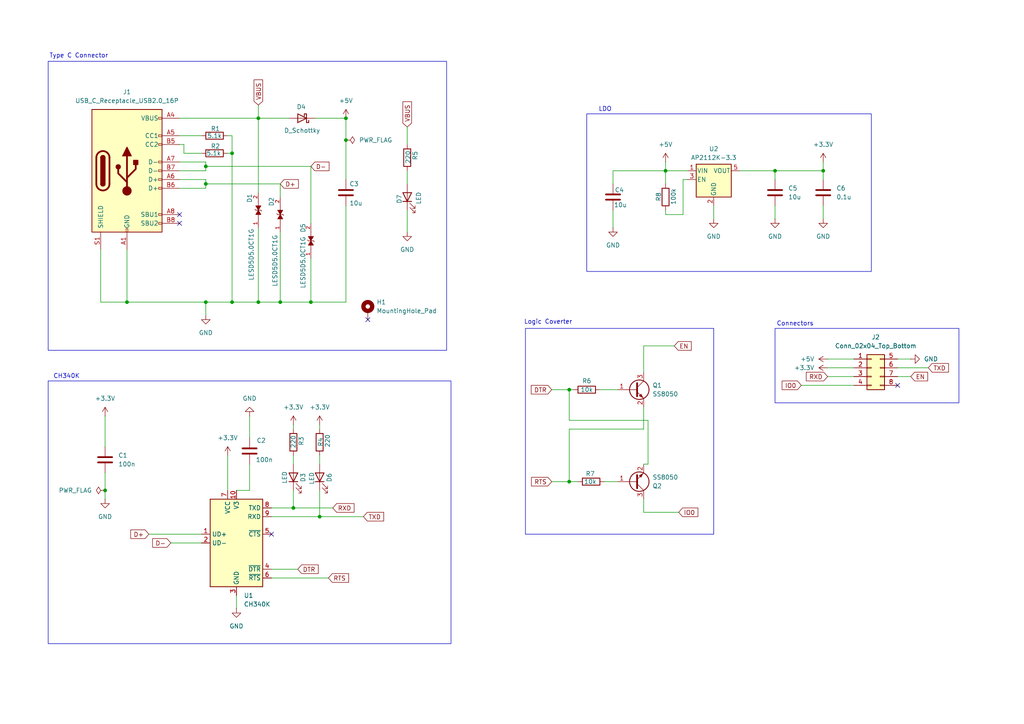
<source format=kicad_sch>
(kicad_sch (version 20250114) (generator "eeschema") (generator_version "9.0")
  (paper "A4")
  (title_block (title "USB to UART Convertor") (date "2025-06-30"))
  (lib_symbols
    (symbol "Connector:USB_C_Receptacle_USB2.0_16P" (pin_names (offset 1.016))
      (property "Reference" "J" (at 0 22.225 0))
      (property "Value" "USB_C_Receptacle_USB2.0_16P" (at 0 19.685 0))
      (symbol "USB_C_Receptacle_USB2.0_16P_0_0"
        (rectangle (start -0.254 -17.78) (end 0.254 -16.764))
        (rectangle (start 10.16 15.494) (end 9.144 14.986))
        (rectangle (start 10.16 10.414) (end 9.144 9.906))
        (rectangle (start 10.16 7.874) (end 9.144 7.366))
        (rectangle (start 10.16 2.794) (end 9.144 2.286))
        (rectangle (start 10.16 0.254) (end 9.144 -0.254))
        (rectangle (start 10.16 -2.286) (end 9.144 -2.794))
        (rectangle (start 10.16 -4.826) (end 9.144 -5.334))
        (rectangle (start 10.16 -12.446) (end 9.144 -12.954))
        (rectangle (start 10.16 -14.986) (end 9.144 -15.494))
      )
      (symbol "USB_C_Receptacle_USB2.0_16P_0_1"
        (rectangle (start -10.16 17.78) (end 10.16 -17.78) (stroke (width 0.254)) (fill (type background)))
        (polyline (pts (xy -8.89 -3.81) (xy -8.89 3.81)) (stroke (width 0.508)))
        (rectangle (start -7.62 -3.81) (end -6.35 3.81) (stroke (width 0.254)) (fill (type outline)))
        (arc (start -7.62 3.81) (mid -6.985 4.4423) (end -6.35 3.81) (stroke (width 0.254)))
        (arc (start -7.62 3.81) (mid -6.985 4.4423) (end -6.35 3.81) (stroke (width 0.254)) (fill (type outline)))
        (arc (start -8.89 3.81) (mid -6.985 5.7067) (end -5.08 3.81) (stroke (width 0.508)))
        (arc (start -5.08 -3.81) (mid -6.985 -5.7067) (end -8.89 -3.81) (stroke (width 0.508)))
        (arc (start -6.35 -3.81) (mid -6.985 -4.4423) (end -7.62 -3.81) (stroke (width 0.254)))
        (arc (start -6.35 -3.81) (mid -6.985 -4.4423) (end -7.62 -3.81) (stroke (width 0.254)) (fill (type outline)))
        (polyline (pts (xy -5.08 3.81) (xy -5.08 -3.81)) (stroke (width 0.508)))
        (circle (center -2.54 1.143) (radius 0.635) (stroke (width 0.254)) (fill (type outline)))
        (polyline (pts (xy -1.27 4.318) (xy 0 6.858) (xy 1.27 4.318) (xy -1.27 4.318)) (stroke (width 0.254)) (fill (type outline)))
        (polyline (pts (xy 0 -2.032) (xy 2.54 0.508) (xy 2.54 1.778)) (stroke (width 0.508)))
        (polyline (pts (xy 0 -3.302) (xy -2.54 -0.762) (xy -2.54 0.508)) (stroke (width 0.508)))
        (polyline (pts (xy 0 -5.842) (xy 0 4.318)) (stroke (width 0.508)))
        (circle (center 0 -5.842) (radius 1.27) (fill (type outline)))
        (rectangle (start 1.905 1.778) (end 3.175 3.048) (stroke (width 0.254)) (fill (type outline)))
      )
      (symbol "USB_C_Receptacle_USB2.0_16P_1_1"
        (pin passive line (at -7.62 -22.86 90) (length 5.08) (name "SHIELD") (number "S1"))
        (pin passive line (at 0 -22.86 90) (length 5.08) (name "GND") (number "A1"))
        (pin passive line (at 0 -22.86 90) (length 5.08) (hide yes) (name "GND") (number "A12"))
        (pin passive line (at 0 -22.86 90) (length 5.08) (hide yes) (name "GND") (number "B1"))
        (pin passive line (at 0 -22.86 90) (length 5.08) (hide yes) (name "GND") (number "B12"))
        (pin passive line (at 15.24 15.24 180) (length 5.08) (name "VBUS") (number "A4"))
        (pin passive line (at 15.24 15.24 180) (length 5.08) (hide yes) (name "VBUS") (number "A9"))
        (pin passive line (at 15.24 15.24 180) (length 5.08) (hide yes) (name "VBUS") (number "B4"))
        (pin passive line (at 15.24 15.24 180) (length 5.08) (hide yes) (name "VBUS") (number "B9"))
        (pin bidirectional line (at 15.24 10.16 180) (length 5.08) (name "CC1") (number "A5"))
        (pin bidirectional line (at 15.24 7.62 180) (length 5.08) (name "CC2") (number "B5"))
        (pin bidirectional line (at 15.24 2.54 180) (length 5.08) (name "D-") (number "A7"))
        (pin bidirectional line (at 15.24 0 180) (length 5.08) (name "D-") (number "B7"))
        (pin bidirectional line (at 15.24 -2.54 180) (length 5.08) (name "D+") (number "A6"))
        (pin bidirectional line (at 15.24 -5.08 180) (length 5.08) (name "D+") (number "B6"))
        (pin bidirectional line (at 15.24 -12.7 180) (length 5.08) (name "SBU1") (number "A8"))
        (pin bidirectional line (at 15.24 -15.24 180) (length 5.08) (name "SBU2") (number "B8"))
      )
    )
    (symbol "Connector_Generic:Conn_02x04_Top_Bottom" (pin_names (offset 1.016) (hide yes))
      (property "Reference" "J" (at 1.27 5.08 0))
      (property "Value" "Conn_02x04_Top_Bottom" (at 1.27 -7.62 0))
      (symbol "Conn_02x04_Top_Bottom_1_1"
        (rectangle (start -1.27 3.81) (end 3.81 -6.35) (stroke (width 0.254)) (fill (type background)))
        (rectangle (start -1.27 2.667) (end 0 2.413) (stroke (width 0.1524)))
        (rectangle (start -1.27 0.127) (end 0 -0.127) (stroke (width 0.1524)))
        (rectangle (start -1.27 -2.413) (end 0 -2.667) (stroke (width 0.1524)))
        (rectangle (start -1.27 -4.953) (end 0 -5.207) (stroke (width 0.1524)))
        (rectangle (start 3.81 2.667) (end 2.54 2.413) (stroke (width 0.1524)))
        (rectangle (start 3.81 0.127) (end 2.54 -0.127) (stroke (width 0.1524)))
        (rectangle (start 3.81 -2.413) (end 2.54 -2.667) (stroke (width 0.1524)))
        (rectangle (start 3.81 -4.953) (end 2.54 -5.207) (stroke (width 0.1524)))
        (pin passive line (at -5.08 2.54 0) (length 3.81) (name "Pin_1") (number "1"))
        (pin passive line (at -5.08 0 0) (length 3.81) (name "Pin_2") (number "2"))
        (pin passive line (at -5.08 -2.54 0) (length 3.81) (name "Pin_3") (number "3"))
        (pin passive line (at -5.08 -5.08 0) (length 3.81) (name "Pin_4") (number "4"))
        (pin passive line (at 7.62 2.54 180) (length 3.81) (name "Pin_5") (number "5"))
        (pin passive line (at 7.62 0 180) (length 3.81) (name "Pin_6") (number "6"))
        (pin passive line (at 7.62 -2.54 180) (length 3.81) (name "Pin_7") (number "7"))
        (pin passive line (at 7.62 -5.08 180) (length 3.81) (name "Pin_8") (number "8"))
      )
    )
    (symbol "Device:C" (pin_numbers (hide yes)) (pin_names (offset 0.254))
      (property "Reference" "C" (at 0.635 2.54 0))
      (property "Value" "C" (at 0.635 -2.54 0))
      (symbol "C_0_1"
        (polyline (pts (xy -2.032 0.762) (xy 2.032 0.762)) (stroke (width 0.508)))
        (polyline (pts (xy -2.032 -0.762) (xy 2.032 -0.762)) (stroke (width 0.508)))
      )
      (symbol "C_1_1"
        (pin passive line (at 0 3.81 270) (length 2.794) (name "~") (number "1"))
        (pin passive line (at 0 -3.81 90) (length 2.794) (name "~") (number "2"))
      )
    )
    (symbol "Device:D_Schottky" (pin_numbers (hide yes)) (pin_names (offset 1.016) (hide yes))
      (property "Reference" "D" (at 0 2.54 0))
      (property "Value" "D_Schottky" (at 0 -2.54 0))
      (symbol "D_Schottky_0_1"
        (polyline (pts (xy -1.905 0.635) (xy -1.905 1.27) (xy -1.27 1.27) (xy -1.27 -1.27) (xy -0.635 -1.27) (xy -0.635 -0.635)) (stroke (width 0.254)))
        (polyline (pts (xy 1.27 1.27) (xy 1.27 -1.27) (xy -1.27 0) (xy 1.27 1.27)) (stroke (width 0.254)))
        (polyline (pts (xy 1.27 0) (xy -1.27 0)))
      )
      (symbol "D_Schottky_1_1"
        (pin passive line (at -3.81 0 0) (length 2.54) (name "K") (number "1"))
        (pin passive line (at 3.81 0 180) (length 2.54) (name "A") (number "2"))
      )
    )
    (symbol "Device:LED" (pin_numbers (hide yes)) (pin_names (offset 1.016) (hide yes))
      (property "Reference" "D" (at 0 2.54 0))
      (property "Value" "LED" (at 0 -2.54 0))
      (symbol "LED_0_1"
        (polyline (pts (xy -3.048 -0.762) (xy -4.572 -2.286) (xy -3.81 -2.286) (xy -4.572 -2.286) (xy -4.572 -1.524)))
        (polyline (pts (xy -1.778 -0.762) (xy -3.302 -2.286) (xy -2.54 -2.286) (xy -3.302 -2.286) (xy -3.302 -1.524)))
        (polyline (pts (xy -1.27 0) (xy 1.27 0)))
        (polyline (pts (xy -1.27 -1.27) (xy -1.27 1.27)) (stroke (width 0.254)))
        (polyline (pts (xy 1.27 -1.27) (xy 1.27 1.27) (xy -1.27 0) (xy 1.27 -1.27)) (stroke (width 0.254)))
      )
      (symbol "LED_1_1"
        (pin passive line (at -3.81 0 0) (length 2.54) (name "K") (number "1"))
        (pin passive line (at 3.81 0 180) (length 2.54) (name "A") (number "2"))
      )
    )
    (symbol "Device:R" (pin_numbers (hide yes)) (pin_names (offset 0))
      (property "Reference" "R" (at 2.032 0 90))
      (property "Value" "R" (at 0 0 90))
      (symbol "R_0_1"
        (rectangle (start -1.016 -2.54) (end 1.016 2.54) (stroke (width 0.254)))
      )
      (symbol "R_1_1"
        (pin passive line (at 0 3.81 270) (length 1.27) (name "~") (number "1"))
        (pin passive line (at 0 -3.81 90) (length 1.27) (name "~") (number "2"))
      )
    )
    (symbol "Interface_USB:CH340K"
      (property "Reference" "U" (at -6.858 13.97 0))
      (property "Value" "CH340K" (at 1.27 13.97 0))
      (symbol "CH340K_0_1"
        (rectangle (start -7.62 12.7) (end 7.62 -12.7) (stroke (width 0.254)) (fill (type background)))
      )
      (symbol "CH340K_1_0"
        (pin passive line (at 0 -15.24 90) (length 2.54) (hide yes) (name "GND") (number "11"))
      )
      (symbol "CH340K_1_1"
        (pin bidirectional line (at -10.16 2.54 0) (length 2.54) (name "UD+") (number "1"))
        (pin bidirectional line (at -10.16 0 0) (length 2.54) (name "UD-") (number "2"))
        (pin power_in line (at -2.54 15.24 270) (length 2.54) (name "VCC") (number "7"))
        (pin passive line (at 0 15.24 270) (length 2.54) (name "V3") (number "10"))
        (pin power_in line (at 0 -15.24 90) (length 2.54) (name "GND") (number "3"))
        (pin output line (at 10.16 10.16 180) (length 2.54) (name "TXD") (number "8"))
        (pin input line (at 10.16 7.62 180) (length 2.54) (name "RXD") (number "9"))
        (pin input line (at 10.16 2.54 180) (length 2.54) (name "~{CTS}") (number "5"))
        (pin output line (at 10.16 -7.62 180) (length 2.54) (name "~{DTR}") (number "4"))
        (pin output line (at 10.16 -10.16 180) (length 2.54) (name "~{RTS}") (number "6"))
      )
    )
    (symbol "LESD5D5.0CT1G:LESD5D5.0CT1G" (pin_names (offset 1.016))
      (property "Reference" "D" (at -5.08 2.54 0))
      (property "Value" "LESD5D5.0CT1G" (at -5.08 -5.08 0))
      (symbol "LESD5D5.0CT1G_0_0"
        (polyline (pts (xy -1.27 0) (xy -2.54 0)) (stroke (width 0.1524)))
        (polyline (pts (xy 0 0.762) (xy 0.254 1.016)) (stroke (width 0.1524)))
        (polyline (pts (xy 0 0) (xy -1.27 -0.762) (xy -1.27 0.762) (xy 0 0)) (stroke (width 0.1524)) (fill (type outline)))
        (polyline (pts (xy 0 0) (xy 1.27 0.762) (xy 1.27 -0.762) (xy 0 0)) (stroke (width 0.1524)) (fill (type outline)))
        (polyline (pts (xy 0 -0.762) (xy -0.254 -1.016)) (stroke (width 0.1524)))
        (polyline (pts (xy 0 -0.762) (xy 0 0.762)) (stroke (width 0.1524)))
        (polyline (pts (xy 1.27 0) (xy 2.54 0)) (stroke (width 0.1524)))
        (pin passive line (at -5.08 0 0) (length 2.54) (name "~") (number "1"))
        (pin passive line (at 5.08 0 180) (length 2.54) (name "~") (number "2"))
      )
    )
    (symbol "Mechanical:MountingHole_Pad" (pin_numbers (hide yes)) (pin_names (offset 1.016) (hide yes)) (in_bom no)
      (property "Reference" "H" (at 0 6.35 0))
      (property "Value" "MountingHole_Pad" (at 0 4.445 0))
      (symbol "MountingHole_Pad_0_1"
        (circle (center 0 1.27) (radius 1.27) (stroke (width 1.27)))
      )
      (symbol "MountingHole_Pad_1_1"
        (pin input line (at 0 -2.54 90) (length 2.54) (name "1") (number "1"))
      )
    )
    (symbol "Regulator_Linear:AP2112K-3.3" (pin_names (offset 0.254))
      (property "Reference" "U" (at -5.08 5.715 0))
      (property "Value" "AP2112K-3.3" (at 0 5.715 0))
      (symbol "AP2112K-3.3_0_1"
        (rectangle (start -5.08 4.445) (end 5.08 -5.08) (stroke (width 0.254)) (fill (type background)))
      )
      (symbol "AP2112K-3.3_1_1"
        (pin power_in line (at -7.62 2.54 0) (length 2.54) (name "VIN") (number "1"))
        (pin input line (at -7.62 0 0) (length 2.54) (name "EN") (number "3"))
        (pin power_in line (at 0 -7.62 90) (length 2.54) (name "GND") (number "2"))
        (pin no_connect line (at 5.08 0 180) (length 2.54) (hide yes) (name "NC") (number "4"))
        (pin power_out line (at 7.62 2.54 180) (length 2.54) (name "VOUT") (number "5"))
      )
    )
    (symbol "Transistor_BJT:SS8050" (pin_names (offset 0) (hide yes))
      (property "Reference" "Q" (at 5.08 1.905 0))
      (property "Value" "SS8050" (at 5.08 0 0))
      (symbol "SS8050_0_1"
        (polyline (pts (xy -2.54 0) (xy 0.635 0)))
        (polyline (pts (xy 0.635 1.905) (xy 0.635 -1.905)) (stroke (width 0.508)))
        (circle (center 1.27 0) (radius 2.8194) (stroke (width 0.254)))
      )
      (symbol "SS8050_1_1"
        (polyline (pts (xy 0.635 0.635) (xy 2.54 2.54)))
        (polyline (pts (xy 0.635 -0.635) (xy 2.54 -2.54)))
        (polyline (pts (xy 1.27 -1.778) (xy 1.778 -1.27) (xy 2.286 -2.286) (xy 1.27 -1.778)) (fill (type outline)))
        (pin input line (at -5.08 0 0) (length 2.54) (name "B") (number "1"))
        (pin passive line (at 2.54 5.08 270) (length 2.54) (name "C") (number "3"))
        (pin passive line (at 2.54 -5.08 90) (length 2.54) (name "E") (number "2"))
      )
    )
    (symbol "power:+3.3V" (power) (pin_numbers (hide yes)) (pin_names (offset 0) (hide yes))
      (property "Value" "+3.3V" (at 0 3.556 0))
      (symbol "+3.3V_0_1"
        (polyline (pts (xy -0.762 1.27) (xy 0 2.54)))
        (polyline (pts (xy 0 2.54) (xy 0.762 1.27)))
        (polyline (pts (xy 0 0) (xy 0 2.54)))
      )
      (symbol "+3.3V_1_1"
        (pin power_in line (at 0 0 90) (length 0) (name "~") (number "1"))
      )
    )
    (symbol "power:+5V" (power) (pin_numbers (hide yes)) (pin_names (offset 0) (hide yes))
      (property "Value" "+5V" (at 0 3.556 0))
      (symbol "+5V_0_1"
        (polyline (pts (xy -0.762 1.27) (xy 0 2.54)))
        (polyline (pts (xy 0 2.54) (xy 0.762 1.27)))
        (polyline (pts (xy 0 0) (xy 0 2.54)))
      )
      (symbol "+5V_1_1"
        (pin power_in line (at 0 0 90) (length 0) (name "~") (number "1"))
      )
    )
    (symbol "power:GND" (power) (pin_numbers (hide yes)) (pin_names (offset 0) (hide yes))
      (property "Value" "GND" (at 0 -3.81 0))
      (symbol "GND_0_1"
        (polyline (pts (xy 0 0) (xy 0 -1.27) (xy 1.27 -1.27) (xy 0 -2.54) (xy -1.27 -1.27) (xy 0 -1.27)))
      )
      (symbol "GND_1_1"
        (pin power_in line (at 0 0 270) (length 0) (name "~") (number "1"))
      )
    )
    (symbol "power:PWR_FLAG" (power) (pin_numbers (hide yes)) (pin_names (offset 0) (hide yes))
      (property "Value" "PWR_FLAG" (at 0 3.81 0))
      (symbol "PWR_FLAG_0_0"
        (pin power_out line (at 0 0 90) (length 0) (name "~") (number "1"))
      )
      (symbol "PWR_FLAG_0_1"
        (polyline (pts (xy 0 0) (xy 0 1.27) (xy -1.016 1.905) (xy 0 2.54) (xy 1.016 1.905) (xy 0 1.27)))
      )
    )
  )
  (rectangle (start 170.18 33.02) (end 252.73 78.74))
  (rectangle (start 224.79 95.25) (end 278.13 116.84))
  (rectangle (start 152.4 95.25) (end 207.01 154.94))
  (rectangle (start 13.97 17.78) (end 129.54 101.6))
  (rectangle (start 13.97 110.49) (end 130.81 186.69))
  (text "LDO\n" (at 175.514 31.75 0) (effects (font (size 1.27 1.27))))
  (text "Connectors\n" (at 230.632 93.98 0) (effects (font (size 1.27 1.27))))
  (text "Type C Connector\n" (at 22.86 16.256 0) (effects (font (size 1.27 1.27))))
  (text "CH340K\n" (at 19.304 109.22 0) (effects (font (size 1.27 1.27))))
  (text "Logic Coverter\n" (at 159.004 93.472 0) (effects (font (size 1.27 1.27))))
  (junction (at 238.76 49.53))
  (junction (at 74.93 34.29))
  (junction (at 59.69 87.63))
  (junction (at 36.83 87.63))
  (junction (at 165.1 113.03))
  (junction (at 224.79 49.53))
  (junction (at 81.28 87.63))
  (junction (at 100.33 34.29))
  (junction (at 92.71 149.86))
  (junction (at 59.69 53.34))
  (junction (at 59.69 48.26))
  (junction (at 67.31 87.63))
  (junction (at 30.48 142.24))
  (junction (at 193.04 49.53))
  (junction (at 74.93 87.63))
  (junction (at 100.33 40.64))
  (junction (at 165.1 139.7))
  (junction (at 67.31 44.45))
  (junction (at 90.17 87.63))
  (junction (at 85.09 147.32))
  (no_connect (at 260.35 111.76))
  (no_connect (at 106.68 92.71))
  (no_connect (at 52.07 62.23))
  (no_connect (at 78.74 154.94))
  (no_connect (at 52.07 64.77))
  (wire (pts (xy 214.63 49.53) (xy 224.79 49.53)))
  (wire (pts (xy 100.33 34.29) (xy 100.33 40.64)))
  (wire (pts (xy 224.79 59.69) (xy 224.79 63.5)))
  (wire (pts (xy 207.01 59.69) (xy 207.01 63.5)))
  (wire (pts (xy 67.31 44.45) (xy 66.04 44.45)))
  (wire (pts (xy 186.69 144.78) (xy 186.69 148.59)))
  (wire (pts (xy 66.04 39.37) (xy 67.31 39.37)))
  (wire (pts (xy 29.21 87.63) (xy 36.83 87.63)))
  (wire (pts (xy 52.07 39.37) (xy 58.42 39.37)))
  (wire (pts (xy 240.03 109.22) (xy 247.65 109.22)))
  (wire (pts (xy 177.8 49.53) (xy 193.04 49.53)))
  (wire (pts (xy 30.48 120.65) (xy 30.48 129.54)))
  (wire (pts (xy 36.83 87.63) (xy 59.69 87.63)))
  (wire (pts (xy 85.09 147.32) (xy 96.52 147.32)))
  (wire (pts (xy 30.48 142.24) (xy 30.48 144.78)))
  (wire (pts (xy 193.04 62.23) (xy 198.12 62.23)))
  (wire (pts (xy 240.03 106.68) (xy 247.65 106.68)))
  (wire (pts (xy 52.07 46.99) (xy 59.69 46.99)))
  (wire (pts (xy 59.69 48.26) (xy 59.69 46.99)))
  (wire (pts (xy 165.1 124.46) (xy 186.69 124.46)))
  (wire (pts (xy 224.79 49.53) (xy 238.76 49.53)))
  (wire (pts (xy 165.1 139.7) (xy 167.64 139.7)))
  (wire (pts (xy 193.04 49.53) (xy 193.04 53.34)))
  (wire (pts (xy 53.34 44.45) (xy 53.34 41.91)))
  (wire (pts (xy 165.1 113.03) (xy 166.37 113.03)))
  (wire (pts (xy 118.11 36.83) (xy 118.11 41.91)))
  (wire (pts (xy 78.74 165.1) (xy 86.36 165.1)))
  (wire (pts (xy 187.96 134.62) (xy 186.69 134.62)))
  (wire (pts (xy 59.69 87.63) (xy 67.31 87.63)))
  (wire (pts (xy 186.69 148.59) (xy 196.85 148.59)))
  (wire (pts (xy 232.41 111.76) (xy 247.65 111.76)))
  (wire (pts (xy 78.74 167.64) (xy 95.25 167.64)))
  (wire (pts (xy 260.35 106.68) (xy 269.24 106.68)))
  (wire (pts (xy 85.09 132.08) (xy 85.09 134.62)))
  (wire (pts (xy 74.93 30.48) (xy 74.93 34.29)))
  (wire (pts (xy 186.69 124.46) (xy 186.69 118.11)))
  (wire (pts (xy 224.79 52.07) (xy 224.79 49.53)))
  (wire (pts (xy 198.12 52.07) (xy 199.39 52.07)))
  (wire (pts (xy 74.93 55.88) (xy 74.93 34.29)))
  (wire (pts (xy 30.48 137.16) (xy 30.48 142.24)))
  (wire (pts (xy 66.04 132.08) (xy 66.04 142.24)))
  (wire (pts (xy 85.09 123.19) (xy 85.09 124.46)))
  (wire (pts (xy 59.69 48.26) (xy 90.17 48.26)))
  (wire (pts (xy 81.28 87.63) (xy 90.17 87.63)))
  (wire (pts (xy 74.93 66.04) (xy 74.93 87.63)))
  (wire (pts (xy 52.07 52.07) (xy 59.69 52.07)))
  (wire (pts (xy 260.35 109.22) (xy 264.16 109.22)))
  (wire (pts (xy 165.1 121.92) (xy 187.96 121.92)))
  (wire (pts (xy 74.93 34.29) (xy 83.82 34.29)))
  (wire (pts (xy 186.69 100.33) (xy 186.69 107.95)))
  (wire (pts (xy 72.39 142.24) (xy 68.58 142.24)))
  (wire (pts (xy 90.17 87.63) (xy 100.33 87.63)))
  (wire (pts (xy 52.07 49.53) (xy 59.69 49.53)))
  (wire (pts (xy 92.71 132.08) (xy 92.71 134.62)))
  (wire (pts (xy 92.71 149.86) (xy 105.41 149.86)))
  (wire (pts (xy 59.69 54.61) (xy 52.07 54.61)))
  (wire (pts (xy 85.09 142.24) (xy 85.09 147.32)))
  (wire (pts (xy 100.33 40.64) (xy 100.33 52.07)))
  (wire (pts (xy 193.04 60.96) (xy 193.04 62.23)))
  (wire (pts (xy 59.69 87.63) (xy 59.69 91.44)))
  (wire (pts (xy 59.69 52.07) (xy 59.69 53.34)))
  (wire (pts (xy 67.31 44.45) (xy 67.31 87.63)))
  (wire (pts (xy 43.18 154.94) (xy 58.42 154.94)))
  (wire (pts (xy 160.02 139.7) (xy 165.1 139.7)))
  (wire (pts (xy 67.31 39.37) (xy 67.31 44.45)))
  (wire (pts (xy 198.12 62.23) (xy 198.12 52.07)))
  (wire (pts (xy 100.33 59.69) (xy 100.33 87.63)))
  (wire (pts (xy 74.93 87.63) (xy 81.28 87.63)))
  (wire (pts (xy 91.44 34.29) (xy 100.33 34.29)))
  (wire (pts (xy 193.04 46.99) (xy 193.04 49.53)))
  (wire (pts (xy 81.28 53.34) (xy 81.28 57.15)))
  (wire (pts (xy 177.8 53.34) (xy 177.8 49.53)))
  (wire (pts (xy 67.31 87.63) (xy 74.93 87.63)))
  (wire (pts (xy 173.99 113.03) (xy 179.07 113.03)))
  (wire (pts (xy 187.96 121.92) (xy 187.96 134.62)))
  (wire (pts (xy 177.8 60.96) (xy 177.8 66.04)))
  (wire (pts (xy 118.11 60.96) (xy 118.11 67.31)))
  (wire (pts (xy 193.04 49.53) (xy 199.39 49.53)))
  (wire (pts (xy 78.74 149.86) (xy 92.71 149.86)))
  (wire (pts (xy 59.69 53.34) (xy 59.69 54.61)))
  (wire (pts (xy 36.83 72.39) (xy 36.83 87.63)))
  (wire (pts (xy 92.71 123.19) (xy 92.71 124.46)))
  (wire (pts (xy 72.39 120.65) (xy 72.39 127)))
  (wire (pts (xy 53.34 41.91) (xy 52.07 41.91)))
  (wire (pts (xy 238.76 59.69) (xy 238.76 63.5)))
  (wire (pts (xy 195.58 100.33) (xy 186.69 100.33)))
  (wire (pts (xy 81.28 67.31) (xy 81.28 87.63)))
  (wire (pts (xy 90.17 48.26) (xy 90.17 64.77)))
  (wire (pts (xy 118.11 49.53) (xy 118.11 53.34)))
  (wire (pts (xy 240.03 104.14) (xy 247.65 104.14)))
  (wire (pts (xy 59.69 53.34) (xy 81.28 53.34)))
  (wire (pts (xy 68.58 172.72) (xy 68.58 176.53)))
  (wire (pts (xy 49.53 157.48) (xy 58.42 157.48)))
  (wire (pts (xy 160.02 113.03) (xy 165.1 113.03)))
  (wire (pts (xy 238.76 49.53) (xy 238.76 52.07)))
  (wire (pts (xy 92.71 142.24) (xy 92.71 149.86)))
  (wire (pts (xy 90.17 87.63) (xy 90.17 74.93)))
  (wire (pts (xy 59.69 49.53) (xy 59.69 48.26)))
  (wire (pts (xy 78.74 147.32) (xy 85.09 147.32)))
  (wire (pts (xy 72.39 134.62) (xy 72.39 142.24)))
  (wire (pts (xy 175.26 139.7) (xy 179.07 139.7)))
  (wire (pts (xy 29.21 72.39) (xy 29.21 87.63)))
  (wire (pts (xy 165.1 113.03) (xy 165.1 121.92)))
  (wire (pts (xy 238.76 46.99) (xy 238.76 49.53)))
  (wire (pts (xy 53.34 44.45) (xy 58.42 44.45)))
  (wire (pts (xy 74.93 34.29) (xy 52.07 34.29)))
  (wire (pts (xy 260.35 104.14) (xy 264.16 104.14)))
  (wire (pts (xy 165.1 124.46) (xy 165.1 139.7)))
  (global_label "TXD" (shape input) (at 105.41 149.86 0) (property "Intersheetrefs" "${INTERSHEET_REFS}" (effects (hide yes))))
  (global_label "IO0" (shape input) (at 196.85 148.59 0) (property "Intersheetrefs" "${INTERSHEET_REFS}" (effects (hide yes))))
  (global_label "D+" (shape input) (at 43.18 154.94 180) (property "Intersheetrefs" "${INTERSHEET_REFS}" (effects (hide yes))))
  (global_label "D-" (shape input) (at 49.53 157.48 180) (property "Intersheetrefs" "${INTERSHEET_REFS}" (effects (hide yes))))
  (global_label "IO0" (shape input) (at 232.41 111.76 180) (property "Intersheetrefs" "${INTERSHEET_REFS}" (effects (hide yes))))
  (global_label "RXD" (shape input) (at 240.03 109.22 180) (property "Intersheetrefs" "${INTERSHEET_REFS}" (effects (hide yes))))
  (global_label "VBUS" (shape input) (at 74.93 30.48 90) (property "Intersheetrefs" "${INTERSHEET_REFS}" (effects (hide yes))))
  (global_label "VBUS" (shape input) (at 118.11 36.83 90) (property "Intersheetrefs" "${INTERSHEET_REFS}" (effects (hide yes))))
  (global_label "EN" (shape input) (at 195.58 100.33 0) (property "Intersheetrefs" "${INTERSHEET_REFS}" (effects (hide yes))))
  (global_label "DTR" (shape input) (at 86.36 165.1 0) (property "Intersheetrefs" "${INTERSHEET_REFS}" (effects (hide yes))))
  (global_label "RXD" (shape input) (at 96.52 147.32 0) (property "Intersheetrefs" "${INTERSHEET_REFS}" (effects (hide yes))))
  (global_label "D+" (shape input) (at 81.28 53.34 0) (property "Intersheetrefs" "${INTERSHEET_REFS}" (effects (hide yes))))
  (global_label "DTR" (shape input) (at 160.02 113.03 180) (property "Intersheetrefs" "${INTERSHEET_REFS}" (effects (hide yes))))
  (global_label "RTS" (shape input) (at 95.25 167.64 0) (property "Intersheetrefs" "${INTERSHEET_REFS}" (effects (hide yes))))
  (global_label "RTS" (shape input) (at 160.02 139.7 180) (property "Intersheetrefs" "${INTERSHEET_REFS}" (effects (hide yes))))
  (global_label "EN" (shape input) (at 264.16 109.22 0) (property "Intersheetrefs" "${INTERSHEET_REFS}" (effects (hide yes))))
  (global_label "TXD" (shape input) (at 269.24 106.68 0) (property "Intersheetrefs" "${INTERSHEET_REFS}" (effects (hide yes))))
  (global_label "D-" (shape input) (at 90.17 48.26 0) (property "Intersheetrefs" "${INTERSHEET_REFS}" (effects (hide yes))))
  (symbol (lib_id "Device:C") (at 30.48 133.35 0) (unit 1)
    (property "Reference" "C1" (at 34.29 132.0799 0) (effects (justify left)))
    (property "Value" "100n" (at 34.29 134.6199 0) (effects (justify left)))
    (property "Footprint" "Capacitor_SMD:C_0805_2012Metric_Pad1.18x1.45mm_HandSolder" (effects (hide yes)))
    (property "Description" "Unpolarized capacitor" (effects (hide yes)))
  )
  (symbol (lib_id "power:+3.3V") (at 30.48 120.65 0) (unit 1)
    (property "Reference" "#PWR01" (effects (hide yes)))
    (property "Value" "+3.3V" (at 30.48 115.57 0))
    (property "Description" "Power symbol creates a global label with name \"+3.3V\"" (effects (hide yes)))
  )
  (symbol (lib_id "Device:R") (at 92.71 128.27 0) (unit 1)
    (property "Reference" "R4" (at 92.964 129.54 90) (effects (justify left)))
    (property "Value" "220" (at 94.996 129.794 90) (effects (justify left)))
    (property "Footprint" "Resistor_SMD:R_0201_0603Metric_Pad0.64x0.40mm_HandSolder" (effects (hide yes)))
    (property "Description" "Resistor" (effects (hide yes)))
  )
  (symbol (lib_id "Device:R") (at 85.09 128.27 0) (unit 1)
    (property "Reference" "R3" (at 87.376 129.286 90) (effects (justify left)))
    (property "Value" "220" (at 85.09 130.048 90) (effects (justify left)))
    (property "Footprint" "Resistor_SMD:R_0201_0603Metric_Pad0.64x0.40mm_HandSolder" (effects (hide yes)))
    (property "Description" "Resistor" (effects (hide yes)))
  )
  (symbol (lib_id "power:GND") (at 68.58 176.53 0) (unit 1)
    (property "Reference" "#PWR05" (effects (hide yes)))
    (property "Value" "GND" (at 68.58 181.61 0))
    (property "Description" "Power symbol creates a global label with name \"GND\" , ground" (effects (hide yes)))
  )
  (symbol (lib_id "power:GND") (at 238.76 63.5 0) (unit 1)
    (property "Reference" "#PWR016" (effects (hide yes)))
    (property "Value" "GND" (at 238.76 68.58 0))
    (property "Description" "Power symbol creates a global label with name \"GND\" , ground" (effects (hide yes)))
  )
  (symbol (lib_id "Device:C") (at 177.8 57.15 0) (unit 1)
    (property "Reference" "C4" (at 178.308 55.118 0) (effects (justify left)))
    (property "Value" "10u" (at 178.054 59.436 0) (effects (justify left)))
    (property "Footprint" "Capacitor_SMD:C_0805_2012Metric_Pad1.18x1.45mm_HandSolder" (effects (hide yes)))
    (property "Description" "Unpolarized capacitor" (effects (hide yes)))
  )
  (symbol (lib_id "Device:D_Schottky") (at 87.63 34.29 180) (unit 1)
    (property "Reference" "D4" (at 87.376 30.988 0))
    (property "Value" "D_Schottky" (at 87.63 37.846 0))
    (property "Footprint" "Diode_SMD:D_SOD-523" (effects (hide yes)))
    (property "Description" "Schottky diode" (effects (hide yes)))
  )
  (symbol (lib_id "Transistor_BJT:SS8050") (at 184.15 139.7 0) (mirror x) (unit 1)
    (property "Reference" "Q2" (at 189.23 140.9701 0) (effects (justify left)))
    (property "Value" "SS8050" (at 189.23 138.4301 0) (effects (justify left)))
    (property "Footprint" "Package_TO_SOT_SMD:SOT-23" (effects (hide yes)))
    (property "Datasheet" "http://www.secosgmbh.com/datasheet/products/SSMPTransistor/SOT-23/SS8050.pdf" (effects (hide yes)))
    (property "Description" "General Purpose NPN Transistor, 1.5A Ic, 25V Vce, SOT-23" (effects (hide yes)))
  )
  (symbol (lib_id "Device:LED") (at 118.11 57.15 90) (unit 1)
    (property "Reference" "D7" (at 115.824 56.388 0) (effects (justify right)))
    (property "Value" "LED" (at 121.412 55.626 0) (effects (justify right)))
    (property "Footprint" "LED_SMD:LED_0603_1608Metric_Pad1.05x0.95mm_HandSolder" (effects (hide yes)))
    (property "Description" "Light emitting diode" (effects (hide yes)))
    (property "Sim.Pins" "1=K 2=A" (effects (hide yes)))
  )
  (symbol (lib_id "power:+3.3V") (at 85.09 123.19 0) (unit 1)
    (property "Reference" "#PWR07" (effects (hide yes)))
    (property "Value" "+3.3V" (at 85.09 118.11 0))
    (property "Description" "Power symbol creates a global label with name \"+3.3V\"" (effects (hide yes)))
  )
  (symbol (lib_id "Device:C") (at 238.76 55.88 0) (unit 1)
    (property "Reference" "C6" (at 242.57 54.6099 0) (effects (justify left)))
    (property "Value" "0.1u" (at 242.57 57.1499 0) (effects (justify left)))
    (property "Footprint" "Capacitor_SMD:C_0603_1608Metric_Pad1.08x0.95mm_HandSolder" (effects (hide yes)))
    (property "Description" "Unpolarized capacitor" (effects (hide yes)))
  )
  (symbol (lib_id "power:PWR_FLAG") (at 100.33 40.64 270) (unit 1)
    (property "Reference" "#FLG02" (effects (hide yes)))
    (property "Value" "PWR_FLAG" (at 104.14 40.6399 90) (effects (justify left)))
    (property "Description" "Special symbol for telling ERC where power comes from" (effects (hide yes)))
  )
  (symbol (lib_id "Device:R") (at 171.45 139.7 90) (unit 1)
    (property "Reference" "R7" (at 171.196 137.414 90))
    (property "Value" "10k" (at 171.196 139.7 90))
    (property "Footprint" "Resistor_SMD:R_0201_0603Metric_Pad0.64x0.40mm_HandSolder" (effects (hide yes)))
    (property "Description" "Resistor" (effects (hide yes)))
  )
  (symbol (lib_id "Device:R") (at 170.18 113.03 90) (unit 1)
    (property "Reference" "R6" (at 170.18 110.49 90))
    (property "Value" "10k" (at 170.18 113.03 90))
    (property "Footprint" "Resistor_SMD:R_0201_0603Metric_Pad0.64x0.40mm_HandSolder" (effects (hide yes)))
    (property "Description" "Resistor" (effects (hide yes)))
  )
  (symbol (lib_id "Device:C") (at 224.79 55.88 0) (unit 1)
    (property "Reference" "C5" (at 228.6 54.6099 0) (effects (justify left)))
    (property "Value" "10u" (at 228.6 57.1499 0) (effects (justify left)))
    (property "Footprint" "Capacitor_SMD:C_0805_2012Metric_Pad1.18x1.45mm_HandSolder" (effects (hide yes)))
    (property "Description" "Unpolarized capacitor" (effects (hide yes)))
  )
  (symbol (lib_id "power:+5V") (at 193.04 46.99 0) (unit 1)
    (property "Reference" "#PWR012" (effects (hide yes)))
    (property "Value" "+5V" (at 193.04 41.91 0))
    (property "Description" "Power symbol creates a global label with name \"+5V\"" (effects (hide yes)))
  )
  (symbol (lib_id "LESD5D5.0CT1G:LESD5D5.0CT1G") (at 81.28 62.23 90) (unit 1)
    (property "Reference" "D2" (at 78.74 57.15 0) (effects (justify right)))
    (property "Value" "LESD5D5.0CT1G" (at 79.756 68.072 0) (effects (justify right)))
    (property "Footprint" "footprint:TVS_LESD5D5.0CT1G" (effects (hide yes)))
    (property "MF" "Leshan Radio Co." (effects (hide yes)))
    (property "MAXIMUM_PACKAGE_HEIGHT" "0.7 mm" (effects (hide yes)))
    (property "Package" "None" (effects (hide yes)))
    (property "Price" "None" (effects (hide yes)))
    (property "Check_prices" "https://www.snapeda.com/parts/LESD5D5.0CT1G/Leshan+Radio/view-part/?ref=eda" (effects (hide yes)))
    (property "STANDARD" "Manufacturer Recommendations" (effects (hide yes)))
    (property "PARTREV" "O" (effects (hide yes)))
    (property "SnapEDA_Link" "https://www.snapeda.com/parts/LESD5D5.0CT1G/Leshan+Radio/view-part/?ref=snap" (effects (hide yes)))
    (property "MP" "LESD5D5.0CT1G" (effects (hide yes)))
    (property "Description_1" "Transient Voltage Suppressors for ESD Protection" (effects (hide yes)))
    (property "Availability" "In Stock" (effects (hide yes)))
    (property "MANUFACTURER" "LRC" (effects (hide yes)))
  )
  (symbol (lib_id "Transistor_BJT:SS8050") (at 184.15 113.03 0) (unit 1)
    (property "Reference" "Q1" (at 189.23 111.7599 0) (effects (justify left)))
    (property "Value" "SS8050" (at 189.23 114.2999 0) (effects (justify left)))
    (property "Footprint" "Package_TO_SOT_SMD:SOT-23" (effects (hide yes)))
    (property "Datasheet" "http://www.secosgmbh.com/datasheet/products/SSMPTransistor/SOT-23/SS8050.pdf" (effects (hide yes)))
    (property "Description" "General Purpose NPN Transistor, 1.5A Ic, 25V Vce, SOT-23" (effects (hide yes)))
  )
  (symbol (lib_id "Device:R") (at 118.11 45.72 0) (unit 1)
    (property "Reference" "R5" (at 120.396 46.482 90) (effects (justify left)))
    (property "Value" "220" (at 118.364 47.498 90) (effects (justify left)))
    (property "Footprint" "Resistor_SMD:R_0201_0603Metric_Pad0.64x0.40mm_HandSolder" (effects (hide yes)))
    (property "Description" "Resistor" (effects (hide yes)))
  )
  (symbol (lib_id "Device:R") (at 193.04 57.15 0) (unit 1)
    (property "Reference" "R8" (at 191.008 58.42 90) (effects (justify left)))
    (property "Value" "100k" (at 195.326 59.436 90) (effects (justify left)))
    (property "Footprint" "Resistor_SMD:R_0201_0603Metric_Pad0.64x0.40mm_HandSolder" (effects (hide yes)))
    (property "Description" "Resistor" (effects (hide yes)))
  )
  (symbol (lib_id "LESD5D5.0CT1G:LESD5D5.0CT1G") (at 74.93 60.96 90) (unit 1)
    (property "Reference" "D1" (at 72.39 56.134 0) (effects (justify right)))
    (property "Value" "LESD5D5.0CT1G" (at 72.898 66.294 0) (effects (justify right)))
    (property "Footprint" "footprint:TVS_LESD5D5.0CT1G" (effects (hide yes)))
    (property "MF" "Leshan Radio Co." (effects (hide yes)))
    (property "MAXIMUM_PACKAGE_HEIGHT" "0.7 mm" (effects (hide yes)))
    (property "Package" "None" (effects (hide yes)))
    (property "Price" "None" (effects (hide yes)))
    (property "Check_prices" "https://www.snapeda.com/parts/LESD5D5.0CT1G/Leshan+Radio/view-part/?ref=eda" (effects (hide yes)))
    (property "STANDARD" "Manufacturer Recommendations" (effects (hide yes)))
    (property "PARTREV" "O" (effects (hide yes)))
    (property "SnapEDA_Link" "https://www.snapeda.com/parts/LESD5D5.0CT1G/Leshan+Radio/view-part/?ref=snap" (effects (hide yes)))
    (property "MP" "LESD5D5.0CT1G" (effects (hide yes)))
    (property "Description_1" "Transient Voltage Suppressors for ESD Protection" (effects (hide yes)))
    (property "Availability" "In Stock" (effects (hide yes)))
    (property "MANUFACTURER" "LRC" (effects (hide yes)))
  )
  (symbol (lib_id "Device:R") (at 62.23 44.45 90) (unit 1)
    (property "Reference" "R2" (at 62.484 42.418 90))
    (property "Value" "5.1k" (at 61.976 44.45 90))
    (property "Footprint" "Resistor_SMD:R_0201_0603Metric_Pad0.64x0.40mm_HandSolder" (effects (hide yes)))
    (property "Description" "Resistor" (effects (hide yes)))
  )
  (symbol (lib_id "power:GND") (at 177.8 66.04 0) (unit 1)
    (property "Reference" "#PWR011" (effects (hide yes)))
    (property "Value" "GND" (at 177.8 71.12 0))
    (property "Description" "Power symbol creates a global label with name \"GND\" , ground" (effects (hide yes)))
  )
  (symbol (lib_id "Device:LED") (at 85.09 138.43 90) (unit 1)
    (property "Reference" "D3" (at 87.884 137.16 0) (effects (justify right)))
    (property "Value" "LED" (at 82.55 136.652 0) (effects (justify right)))
    (property "Footprint" "LED_SMD:LED_0603_1608Metric_Pad1.05x0.95mm_HandSolder" (effects (hide yes)))
    (property "Description" "Light emitting diode" (effects (hide yes)))
    (property "Sim.Pins" "1=K 2=A" (effects (hide yes)))
  )
  (symbol (lib_id "LESD5D5.0CT1G:LESD5D5.0CT1G") (at 90.17 69.85 90) (unit 1)
    (property "Reference" "D5" (at 87.884 64.77 0) (effects (justify right)))
    (property "Value" "LESD5D5.0CT1G" (at 87.884 68.58 0) (effects (justify right)))
    (property "Footprint" "footprint:TVS_LESD5D5.0CT1G" (effects (hide yes)))
    (property "MF" "Leshan Radio Co." (effects (hide yes)))
    (property "MAXIMUM_PACKAGE_HEIGHT" "0.7 mm" (effects (hide yes)))
    (property "Package" "None" (effects (hide yes)))
    (property "Price" "None" (effects (hide yes)))
    (property "Check_prices" "https://www.snapeda.com/parts/LESD5D5.0CT1G/Leshan+Radio/view-part/?ref=eda" (effects (hide yes)))
    (property "STANDARD" "Manufacturer Recommendations" (effects (hide yes)))
    (property "PARTREV" "O" (effects (hide yes)))
    (property "SnapEDA_Link" "https://www.snapeda.com/parts/LESD5D5.0CT1G/Leshan+Radio/view-part/?ref=snap" (effects (hide yes)))
    (property "MP" "LESD5D5.0CT1G" (effects (hide yes)))
    (property "Description_1" "Transient Voltage Suppressors for ESD Protection" (effects (hide yes)))
    (property "Availability" "In Stock" (effects (hide yes)))
    (property "MANUFACTURER" "LRC" (effects (hide yes)))
  )
  (symbol (lib_id "Interface_USB:CH340K") (at 68.58 157.48 0) (unit 1)
    (property "Reference" "U1" (at 70.7233 172.72 0) (effects (justify left)))
    (property "Value" "CH340K" (at 70.7233 175.26 0) (effects (justify left)))
    (property "Footprint" "Package_SO:SSOP-10-1EP_3.9x4.9mm_P1mm_EP2.1x3.3mm" (effects (hide yes)))
    (property "Datasheet" "https://cdn.sparkfun.com/assets/5/0/a/8/5/CH340DS1.PDF" (effects (hide yes)))
    (property "Description" "USB serial converter, UART, SSOP-10" (effects (hide yes)))
  )
  (symbol (lib_id "power:GND") (at 207.01 63.5 0) (unit 1)
    (property "Reference" "#PWR013" (effects (hide yes)))
    (property "Value" "GND" (at 207.01 68.58 0))
    (property "Description" "Power symbol creates a global label with name \"GND\" , ground" (effects (hide yes)))
  )
  (symbol (lib_id "Connector:USB_C_Receptacle_USB2.0_16P") (at 36.83 49.53 0) (unit 1)
    (property "Reference" "J1" (at 36.83 26.67 0))
    (property "Value" "USB_C_Receptacle_USB2.0_16P" (at 36.83 29.21 0))
    (property "Footprint" "footprint:HRO_TYPE-C-31-M-12" (effects (hide yes)))
    (property "Datasheet" "https://www.usb.org/sites/default/files/documents/usb_type-c.zip" (effects (hide yes)))
    (property "Description" "USB 2.0-only 16P Type-C Receptacle connector" (effects (hide yes)))
  )
  (symbol (lib_id "power:PWR_FLAG") (at 30.48 142.24 90) (unit 1)
    (property "Reference" "#FLG01" (effects (hide yes)))
    (property "Value" "PWR_FLAG" (at 26.67 142.2399 90) (effects (justify left)))
    (property "Description" "Special symbol for telling ERC where power comes from" (effects (hide yes)))
  )
  (symbol (lib_id "Connector_Generic:Conn_02x04_Top_Bottom") (at 252.73 106.68 0) (unit 1)
    (property "Reference" "J2" (at 254 97.79 0))
    (property "Value" "Conn_02x04_Top_Bottom" (at 254 100.33 0))
    (property "Footprint" "Connector_PinHeader_2.54mm:PinHeader_2x04_P2.54mm_Horizontal" (effects (hide yes)))
    (property "Description" "Generic connector, double row, 02x04, top/bottom pin numbering scheme (row 1: 1...pins_per_row, row2: pins_per_row+1 ... num_pins), script generated (kicad-library-utils/schlib/autogen/connector/)" (effects (hide yes)))
  )
  (symbol (lib_id "power:+3.3V") (at 240.03 106.68 90) (unit 1)
    (property "Reference" "#PWR018" (effects (hide yes)))
    (property "Value" "+3.3V" (at 236.22 106.6799 90) (effects (justify left)))
    (property "Description" "Power symbol creates a global label with name \"+3.3V\"" (effects (hide yes)))
  )
  (symbol (lib_id "Device:LED") (at 92.71 138.43 90) (unit 1)
    (property "Reference" "D6" (at 95.504 137.16 0) (effects (justify right)))
    (property "Value" "LED" (at 90.424 136.906 0) (effects (justify right)))
    (property "Footprint" "LED_SMD:LED_0603_1608Metric_Pad1.05x0.95mm_HandSolder" (effects (hide yes)))
    (property "Description" "Light emitting diode" (effects (hide yes)))
    (property "Sim.Pins" "1=K 2=A" (effects (hide yes)))
  )
  (symbol (lib_id "power:GND") (at 72.39 120.65 180) (unit 1)
    (property "Reference" "#PWR06" (effects (hide yes)))
    (property "Value" "GND" (at 72.39 115.57 0))
    (property "Description" "Power symbol creates a global label with name \"GND\" , ground" (effects (hide yes)))
  )
  (symbol (lib_id "power:GND") (at 224.79 63.5 0) (unit 1)
    (property "Reference" "#PWR014" (effects (hide yes)))
    (property "Value" "GND" (at 224.79 68.58 0))
    (property "Description" "Power symbol creates a global label with name \"GND\" , ground" (effects (hide yes)))
  )
  (symbol (lib_id "power:+3.3V") (at 238.76 46.99 0) (unit 1)
    (property "Reference" "#PWR015" (effects (hide yes)))
    (property "Value" "+3.3V" (at 238.76 41.91 0))
    (property "Description" "Power symbol creates a global label with name \"+3.3V\"" (effects (hide yes)))
  )
  (symbol (lib_id "power:+5V") (at 100.33 34.29 0) (unit 1)
    (property "Reference" "#PWR09" (effects (hide yes)))
    (property "Value" "+5V" (at 100.33 29.21 0))
    (property "Description" "Power symbol creates a global label with name \"+5V\"" (effects (hide yes)))
  )
  (symbol (lib_id "power:+5V") (at 240.03 104.14 90) (unit 1)
    (property "Reference" "#PWR017" (effects (hide yes)))
    (property "Value" "+5V" (at 236.22 104.1399 90) (effects (justify left)))
    (property "Description" "Power symbol creates a global label with name \"+5V\"" (effects (hide yes)))
  )
  (symbol (lib_id "power:GND") (at 264.16 104.14 90) (unit 1)
    (property "Reference" "#PWR019" (effects (hide yes)))
    (property "Value" "GND" (at 267.97 104.1399 90) (effects (justify right)))
    (property "Description" "Power symbol creates a global label with name \"GND\" , ground" (effects (hide yes)))
  )
  (symbol (lib_id "power:+3.3V") (at 66.04 132.08 0) (unit 1)
    (property "Reference" "#PWR04" (effects (hide yes)))
    (property "Value" "+3.3V" (at 66.04 127 0))
    (property "Description" "Power symbol creates a global label with name \"+3.3V\"" (effects (hide yes)))
  )
  (symbol (lib_id "Regulator_Linear:AP2112K-3.3") (at 207.01 52.07 0) (unit 1)
    (property "Reference" "U2" (at 207.01 43.18 0))
    (property "Value" "AP2112K-3.3" (at 207.01 45.72 0))
    (property "Footprint" "Package_TO_SOT_SMD:SOT-23-5" (effects (hide yes)))
    (property "Datasheet" "https://www.diodes.com/assets/Datasheets/AP2112.pdf" (effects (hide yes)))
    (property "Description" "600mA low dropout linear regulator, with enable pin, 3.8V-6V input voltage range, 3.3V fixed positive output, SOT-23-5" (effects (hide yes)))
  )
  (symbol (lib_id "power:GND") (at 59.69 91.44 0) (unit 1)
    (property "Reference" "#PWR03" (effects (hide yes)))
    (property "Value" "GND" (at 59.69 96.52 0))
    (property "Description" "Power symbol creates a global label with name \"GND\" , ground" (effects (hide yes)))
  )
  (symbol (lib_id "power:GND") (at 30.48 144.78 0) (unit 1)
    (property "Reference" "#PWR02" (effects (hide yes)))
    (property "Value" "GND" (at 30.48 149.86 0))
    (property "Description" "Power symbol creates a global label with name \"GND\" , ground" (effects (hide yes)))
  )
  (symbol (lib_id "power:+3.3V") (at 92.71 123.19 0) (unit 1)
    (property "Reference" "#PWR08" (effects (hide yes)))
    (property "Value" "+3.3V" (at 92.71 118.11 0))
    (property "Description" "Power symbol creates a global label with name \"+3.3V\"" (effects (hide yes)))
  )
  (symbol (lib_id "Device:C") (at 100.33 55.88 0) (unit 1)
    (property "Reference" "C3" (at 101.346 53.34 0) (effects (justify left)))
    (property "Value" "10u" (at 101.346 58.928 0) (effects (justify left)))
    (property "Footprint" "Capacitor_SMD:C_0805_2012Metric_Pad1.18x1.45mm_HandSolder" (effects (hide yes)))
    (property "Description" "Unpolarized capacitor" (effects (hide yes)))
  )
  (symbol (lib_id "Mechanical:MountingHole_Pad") (at 106.68 90.17 0) (unit 1) (in_bom no)
    (property "Reference" "H1" (at 109.22 87.6299 0) (effects (justify left)))
    (property "Value" "MountingHole_Pad" (at 109.22 90.1699 0) (effects (justify left)))
    (property "Footprint" "MountingHole:MountingHole_2.2mm_M2_DIN965_Pad" (effects (hide yes)))
    (property "Description" "Mounting Hole with connection" (effects (hide yes)))
  )
  (symbol (lib_id "Device:R") (at 62.23 39.37 90) (unit 1)
    (property "Reference" "R1" (at 62.484 37.338 90))
    (property "Value" "5.1k" (at 62.23 39.37 90))
    (property "Footprint" "Resistor_SMD:R_0201_0603Metric_Pad0.64x0.40mm_HandSolder" (effects (hide yes)))
    (property "Description" "Resistor" (effects (hide yes)))
  )
  (symbol (lib_id "Device:C") (at 72.39 130.81 0) (unit 1)
    (property "Reference" "C2" (at 74.422 127.762 0) (effects (justify left)))
    (property "Value" "100n" (at 74.168 133.35 0) (effects (justify left)))
    (property "Footprint" "Capacitor_SMD:C_0805_2012Metric_Pad1.18x1.45mm_HandSolder" (effects (hide yes)))
    (property "Description" "Unpolarized capacitor" (effects (hide yes)))
  )
  (symbol (lib_id "power:GND") (at 118.11 67.31 0) (unit 1)
    (property "Reference" "#PWR010" (effects (hide yes)))
    (property "Value" "GND" (at 118.11 72.39 0))
    (property "Description" "Power symbol creates a global label with name \"GND\" , ground" (effects (hide yes)))
  )
)
</source>
